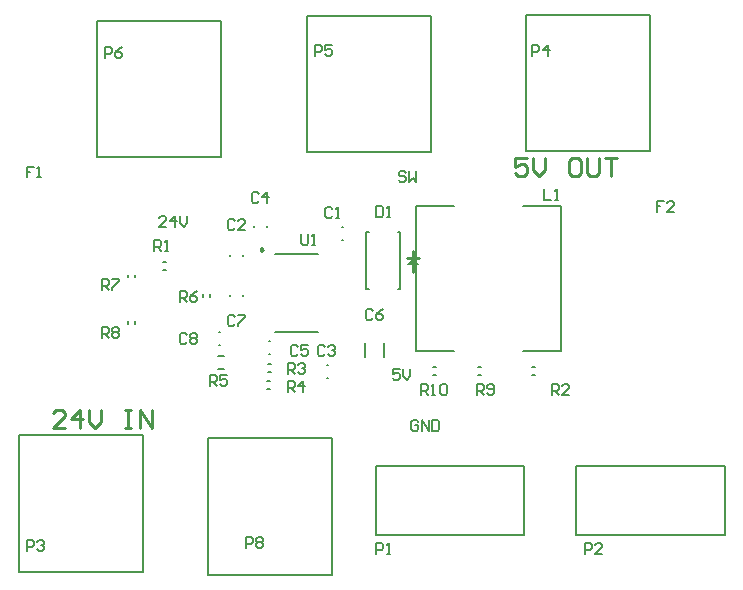
<source format=gto>
G04*
G04 #@! TF.GenerationSoftware,Altium Limited,Altium Designer,20.2.4 (192)*
G04*
G04 Layer_Color=65535*
%FSLAX25Y25*%
%MOIN*%
G70*
G04*
G04 #@! TF.SameCoordinates,55D3972F-6CA8-4F6D-9BD0-9A26AD12B5B1*
G04*
G04*
G04 #@! TF.FilePolarity,Positive*
G04*
G01*
G75*
%ADD10C,0.00984*%
%ADD11C,0.00787*%
%ADD12C,0.01000*%
%ADD13C,0.00800*%
G36*
X440842Y342787D02*
X438480Y340425D01*
X443205Y340425D01*
X440842Y342787D01*
D02*
G37*
D10*
X390878Y345567D02*
X390140Y345993D01*
Y345141D01*
X390878Y345567D01*
D11*
X424949Y309638D02*
Y314362D01*
X431051Y309638D02*
Y314362D01*
X478500Y378315D02*
Y423815D01*
Y378315D02*
X520000D01*
Y423815D01*
X478500D02*
X520000D01*
X348280Y320854D02*
Y321642D01*
X345720Y320854D02*
Y321642D01*
X357606Y338720D02*
X358394D01*
X357606Y341280D02*
X358394D01*
X376161Y313736D02*
X376555D01*
X376161Y318264D02*
X376555D01*
X370720Y329854D02*
Y330642D01*
X373280Y329854D02*
Y330642D01*
X376016Y310067D02*
X377984D01*
X376016Y305933D02*
X377984D01*
X379736Y330161D02*
Y330555D01*
X384264Y330161D02*
Y330555D01*
Y343445D02*
Y343839D01*
X379736Y343445D02*
Y343839D01*
X392358Y301784D02*
X393146D01*
X392358Y299224D02*
X393146D01*
X392606Y307280D02*
X393394D01*
X392606Y304720D02*
X393394D01*
X392803Y315264D02*
X393197D01*
X392803Y310736D02*
X393197D01*
X387736Y353161D02*
Y353555D01*
X392264Y353161D02*
Y353555D01*
X394717Y318008D02*
X409283D01*
X394717Y343992D02*
X409283D01*
X412161Y302736D02*
X412555D01*
X412161Y307264D02*
X412555D01*
X417161Y353264D02*
X417555D01*
X417161Y348736D02*
X417555D01*
X425291Y332551D02*
Y351449D01*
X436709Y332551D02*
Y351449D01*
X425291Y332551D02*
X426276D01*
X425291Y351449D02*
X426276D01*
X435724Y332551D02*
X436709D01*
X435724Y351449D02*
X436709D01*
X345720Y336358D02*
Y337146D01*
X348280Y336358D02*
Y337146D01*
X441787Y311787D02*
X454386D01*
X441787Y360213D02*
X454386D01*
X477614Y311787D02*
X490213D01*
X477614Y360213D02*
X490213D01*
X441787Y311787D02*
Y360213D01*
X490213Y311787D02*
Y360213D01*
X335500Y376315D02*
Y421815D01*
Y376315D02*
X377000D01*
Y421815D01*
X335500D02*
X377000D01*
X447606Y303720D02*
X448394D01*
X447606Y306280D02*
X448394D01*
X462606Y303720D02*
X463394D01*
X462606Y306280D02*
X463394D01*
X480606Y303720D02*
X481394D01*
X480606Y306280D02*
X481394D01*
X428472Y250500D02*
Y273500D01*
Y250500D02*
X477972D01*
Y273500D01*
X428472D02*
X477972D01*
X495315Y250500D02*
Y273500D01*
Y250500D02*
X544815D01*
Y273500D01*
X495315D02*
X544815D01*
X351012Y238185D02*
Y283685D01*
X309512D02*
X351012D01*
X309512Y238185D02*
Y283685D01*
Y238185D02*
X351012D01*
X405500Y378000D02*
Y423500D01*
Y378000D02*
X447000D01*
Y423500D01*
X405500D02*
X447000D01*
X414012Y237185D02*
Y282685D01*
X372512D02*
X414012D01*
X372512Y237185D02*
Y282685D01*
Y237185D02*
X414012D01*
D12*
X438874Y342787D02*
X442811D01*
X440843Y338063D02*
Y340425D01*
Y342787D02*
Y345150D01*
X478999Y375998D02*
X475000D01*
Y372999D01*
X476999Y373999D01*
X477999D01*
X478999Y372999D01*
Y371000D01*
X477999Y370000D01*
X476000D01*
X475000Y371000D01*
X480998Y375998D02*
Y371999D01*
X482997Y370000D01*
X484997Y371999D01*
Y375998D01*
X495993D02*
X493994D01*
X492994Y374998D01*
Y371000D01*
X493994Y370000D01*
X495993D01*
X496993Y371000D01*
Y374998D01*
X495993Y375998D01*
X498992D02*
Y371000D01*
X499992Y370000D01*
X501991D01*
X502991Y371000D01*
Y375998D01*
X504990D02*
X508989D01*
X506990D01*
Y370000D01*
X324999Y286000D02*
X321000D01*
X324999Y289999D01*
Y290998D01*
X323999Y291998D01*
X322000D01*
X321000Y290998D01*
X329997Y286000D02*
Y291998D01*
X326998Y288999D01*
X330997D01*
X332996Y291998D02*
Y287999D01*
X334996Y286000D01*
X336995Y287999D01*
Y291998D01*
X344992D02*
X346992D01*
X345992D01*
Y286000D01*
X344992D01*
X346992D01*
X349991D02*
Y291998D01*
X353989Y286000D01*
Y291998D01*
D13*
X442667Y288166D02*
X442084Y288749D01*
X440918D01*
X440335Y288166D01*
Y285834D01*
X440918Y285251D01*
X442084D01*
X442667Y285834D01*
Y287000D01*
X441501D01*
X443834Y285251D02*
Y288749D01*
X446166Y285251D01*
Y288749D01*
X447333D02*
Y285251D01*
X449082D01*
X449665Y285834D01*
Y288166D01*
X449082Y288749D01*
X447333D01*
X438417Y371166D02*
X437834Y371749D01*
X436667D01*
X436084Y371166D01*
Y370583D01*
X436667Y370000D01*
X437834D01*
X438417Y369417D01*
Y368834D01*
X437834Y368251D01*
X436667D01*
X436084Y368834D01*
X439583Y371749D02*
Y368251D01*
X440749Y369417D01*
X441916Y368251D01*
Y371749D01*
X436417Y305749D02*
X434084D01*
Y304000D01*
X435251Y304583D01*
X435834D01*
X436417Y304000D01*
Y302834D01*
X435834Y302251D01*
X434667D01*
X434084Y302834D01*
X437583Y305749D02*
Y303417D01*
X438749Y302251D01*
X439916Y303417D01*
Y305749D01*
X358667Y353251D02*
X356335D01*
X358667Y355583D01*
Y356166D01*
X358084Y356749D01*
X356918D01*
X356335Y356166D01*
X361583Y353251D02*
Y356749D01*
X359834Y355000D01*
X362166D01*
X363333Y356749D02*
Y354417D01*
X364499Y353251D01*
X365665Y354417D01*
Y356749D01*
X385084Y246251D02*
Y249749D01*
X386834D01*
X387417Y249166D01*
Y248000D01*
X386834Y247417D01*
X385084D01*
X388583Y249166D02*
X389166Y249749D01*
X390333D01*
X390916Y249166D01*
Y248583D01*
X390333Y248000D01*
X390916Y247417D01*
Y246834D01*
X390333Y246251D01*
X389166D01*
X388583Y246834D01*
Y247417D01*
X389166Y248000D01*
X388583Y248583D01*
Y249166D01*
X389166Y248000D02*
X390333D01*
X338084Y409565D02*
Y413064D01*
X339834D01*
X340417Y412481D01*
Y411315D01*
X339834Y410732D01*
X338084D01*
X343916Y413064D02*
X342749Y412481D01*
X341583Y411315D01*
Y410149D01*
X342166Y409565D01*
X343333D01*
X343916Y410149D01*
Y410732D01*
X343333Y411315D01*
X341583D01*
X408084Y410251D02*
Y413749D01*
X409834D01*
X410417Y413166D01*
Y412000D01*
X409834Y411417D01*
X408084D01*
X413916Y413749D02*
X411583D01*
Y412000D01*
X412749Y412583D01*
X413333D01*
X413916Y412000D01*
Y410834D01*
X413333Y410251D01*
X412166D01*
X411583Y410834D01*
X427417Y325166D02*
X426834Y325749D01*
X425667D01*
X425084Y325166D01*
Y322834D01*
X425667Y322251D01*
X426834D01*
X427417Y322834D01*
X430916Y325749D02*
X429749Y325166D01*
X428583Y324000D01*
Y322834D01*
X429166Y322251D01*
X430333D01*
X430916Y322834D01*
Y323417D01*
X430333Y324000D01*
X428583D01*
X403667Y350749D02*
Y347834D01*
X404251Y347251D01*
X405417D01*
X406000Y347834D01*
Y350749D01*
X407166Y347251D02*
X408333D01*
X407749D01*
Y350749D01*
X407166Y350166D01*
X443626Y297251D02*
Y300749D01*
X445376D01*
X445959Y300166D01*
Y299000D01*
X445376Y298417D01*
X443626D01*
X444793D02*
X445959Y297251D01*
X447125D02*
X448292D01*
X447708D01*
Y300749D01*
X447125Y300166D01*
X450041D02*
X450624Y300749D01*
X451790D01*
X452374Y300166D01*
Y297834D01*
X451790Y297251D01*
X450624D01*
X450041Y297834D01*
Y300166D01*
X462084Y297251D02*
Y300749D01*
X463834D01*
X464417Y300166D01*
Y299000D01*
X463834Y298417D01*
X462084D01*
X463251D02*
X464417Y297251D01*
X465583Y297834D02*
X466166Y297251D01*
X467333D01*
X467916Y297834D01*
Y300166D01*
X467333Y300749D01*
X466166D01*
X465583Y300166D01*
Y299583D01*
X466166Y299000D01*
X467916D01*
X337084Y316251D02*
Y319749D01*
X338834D01*
X339417Y319166D01*
Y318000D01*
X338834Y317417D01*
X337084D01*
X338251D02*
X339417Y316251D01*
X340583Y319166D02*
X341166Y319749D01*
X342333D01*
X342916Y319166D01*
Y318583D01*
X342333Y318000D01*
X342916Y317417D01*
Y316834D01*
X342333Y316251D01*
X341166D01*
X340583Y316834D01*
Y317417D01*
X341166Y318000D01*
X340583Y318583D01*
Y319166D01*
X341166Y318000D02*
X342333D01*
X337084Y332251D02*
Y335749D01*
X338834D01*
X339417Y335166D01*
Y334000D01*
X338834Y333417D01*
X337084D01*
X338251D02*
X339417Y332251D01*
X340583Y335749D02*
X342916D01*
Y335166D01*
X340583Y332834D01*
Y332251D01*
X363084Y328251D02*
Y331749D01*
X364834D01*
X365417Y331166D01*
Y330000D01*
X364834Y329417D01*
X363084D01*
X364251D02*
X365417Y328251D01*
X368916Y331749D02*
X367749Y331166D01*
X366583Y330000D01*
Y328834D01*
X367166Y328251D01*
X368333D01*
X368916Y328834D01*
Y329417D01*
X368333Y330000D01*
X366583D01*
X373084Y300251D02*
Y303749D01*
X374834D01*
X375417Y303166D01*
Y302000D01*
X374834Y301417D01*
X373084D01*
X374251D02*
X375417Y300251D01*
X378916Y303749D02*
X376583D01*
Y302000D01*
X377749Y302583D01*
X378333D01*
X378916Y302000D01*
Y300834D01*
X378333Y300251D01*
X377166D01*
X376583Y300834D01*
X399084Y298251D02*
Y301749D01*
X400834D01*
X401417Y301166D01*
Y300000D01*
X400834Y299417D01*
X399084D01*
X400251D02*
X401417Y298251D01*
X404333D02*
Y301749D01*
X402583Y300000D01*
X404916D01*
X399084Y304251D02*
Y307749D01*
X400834D01*
X401417Y307166D01*
Y306000D01*
X400834Y305417D01*
X399084D01*
X400251D02*
X401417Y304251D01*
X402583Y307166D02*
X403166Y307749D01*
X404333D01*
X404916Y307166D01*
Y306583D01*
X404333Y306000D01*
X403749D01*
X404333D01*
X404916Y305417D01*
Y304834D01*
X404333Y304251D01*
X403166D01*
X402583Y304834D01*
X487084Y297251D02*
Y300749D01*
X488834D01*
X489417Y300166D01*
Y299000D01*
X488834Y298417D01*
X487084D01*
X488251D02*
X489417Y297251D01*
X492916D02*
X490583D01*
X492916Y299583D01*
Y300166D01*
X492333Y300749D01*
X491166D01*
X490583Y300166D01*
X354667Y345251D02*
Y348749D01*
X356417D01*
X357000Y348166D01*
Y347000D01*
X356417Y346417D01*
X354667D01*
X355834D02*
X357000Y345251D01*
X358166D02*
X359333D01*
X358749D01*
Y348749D01*
X358166Y348166D01*
X480596Y410251D02*
Y413749D01*
X482345D01*
X482929Y413166D01*
Y412000D01*
X482345Y411417D01*
X480596D01*
X485844Y410251D02*
Y413749D01*
X484095Y412000D01*
X486427D01*
X312084Y245251D02*
Y248749D01*
X313834D01*
X314417Y248166D01*
Y247000D01*
X313834Y246417D01*
X312084D01*
X315583Y248166D02*
X316166Y248749D01*
X317333D01*
X317916Y248166D01*
Y247583D01*
X317333Y247000D01*
X316749D01*
X317333D01*
X317916Y246417D01*
Y245834D01*
X317333Y245251D01*
X316166D01*
X315583Y245834D01*
X498084Y244251D02*
Y247749D01*
X499834D01*
X500417Y247166D01*
Y246000D01*
X499834Y245417D01*
X498084D01*
X503916Y244251D02*
X501583D01*
X503916Y246583D01*
Y247166D01*
X503333Y247749D01*
X502166D01*
X501583Y247166D01*
X428667Y244251D02*
Y247749D01*
X430417D01*
X431000Y247166D01*
Y246000D01*
X430417Y245417D01*
X428667D01*
X432166Y244251D02*
X433333D01*
X432749D01*
Y247749D01*
X432166Y247166D01*
X484667Y365749D02*
Y362251D01*
X487000D01*
X488166D02*
X489333D01*
X488749D01*
Y365749D01*
X488166Y365166D01*
X524417Y361749D02*
X522084D01*
Y360000D01*
X523251D01*
X522084D01*
Y358251D01*
X527916D02*
X525583D01*
X527916Y360583D01*
Y361166D01*
X527333Y361749D01*
X526166D01*
X525583Y361166D01*
X314500Y373249D02*
X312168D01*
Y371500D01*
X313334D01*
X312168D01*
Y369751D01*
X315666D02*
X316833D01*
X316249D01*
Y373249D01*
X315666Y372666D01*
X428667Y360049D02*
Y356550D01*
X430417D01*
X431000Y357133D01*
Y359466D01*
X430417Y360049D01*
X428667D01*
X432166Y356550D02*
X433333D01*
X432749D01*
Y360049D01*
X432166Y359466D01*
X365417Y317166D02*
X364834Y317749D01*
X363667D01*
X363084Y317166D01*
Y314834D01*
X363667Y314251D01*
X364834D01*
X365417Y314834D01*
X366583Y317166D02*
X367166Y317749D01*
X368333D01*
X368916Y317166D01*
Y316583D01*
X368333Y316000D01*
X368916Y315417D01*
Y314834D01*
X368333Y314251D01*
X367166D01*
X366583Y314834D01*
Y315417D01*
X367166Y316000D01*
X366583Y316583D01*
Y317166D01*
X367166Y316000D02*
X368333D01*
X381417Y323166D02*
X380834Y323749D01*
X379667D01*
X379084Y323166D01*
Y320834D01*
X379667Y320251D01*
X380834D01*
X381417Y320834D01*
X382583Y323749D02*
X384916D01*
Y323166D01*
X382583Y320834D01*
Y320251D01*
X402417Y313166D02*
X401834Y313749D01*
X400667D01*
X400084Y313166D01*
Y310834D01*
X400667Y310251D01*
X401834D01*
X402417Y310834D01*
X405916Y313749D02*
X403583D01*
Y312000D01*
X404749Y312583D01*
X405333D01*
X405916Y312000D01*
Y310834D01*
X405333Y310251D01*
X404166D01*
X403583Y310834D01*
X389417Y364166D02*
X388834Y364749D01*
X387667D01*
X387084Y364166D01*
Y361834D01*
X387667Y361251D01*
X388834D01*
X389417Y361834D01*
X392333Y361251D02*
Y364749D01*
X390583Y363000D01*
X392916D01*
X411417Y313166D02*
X410834Y313749D01*
X409667D01*
X409084Y313166D01*
Y310834D01*
X409667Y310251D01*
X410834D01*
X411417Y310834D01*
X412583Y313166D02*
X413166Y313749D01*
X414333D01*
X414916Y313166D01*
Y312583D01*
X414333Y312000D01*
X413749D01*
X414333D01*
X414916Y311417D01*
Y310834D01*
X414333Y310251D01*
X413166D01*
X412583Y310834D01*
X381417Y355166D02*
X380834Y355749D01*
X379667D01*
X379084Y355166D01*
Y352834D01*
X379667Y352251D01*
X380834D01*
X381417Y352834D01*
X384916Y352251D02*
X382583D01*
X384916Y354583D01*
Y355166D01*
X384333Y355749D01*
X383166D01*
X382583Y355166D01*
X414000Y359166D02*
X413417Y359749D01*
X412251D01*
X411667Y359166D01*
Y356834D01*
X412251Y356251D01*
X413417D01*
X414000Y356834D01*
X415166Y356251D02*
X416333D01*
X415749D01*
Y359749D01*
X415166Y359166D01*
M02*

</source>
